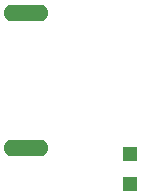
<source format=gbr>
G04 DipTrace 2.3.1.0*
%INMaskBot.gbr*%
%MOMM*%
%ADD37R,1.3X1.3*%
%ADD47O,3.8X1.4*%
%FSLAX53Y53*%
G04*
G71*
G90*
G75*
G01*
%LNBotPaste*%
%LPD*%
D47*
X12640Y15049D3*
Y26449D3*
D37*
X21500Y14540D3*
Y12000D3*
M02*

</source>
